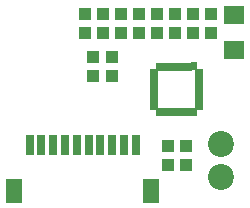
<source format=gts>
G04 Layer_Color=7286632*
%FSLAX25Y25*%
%MOIN*%
G70*
G01*
G75*
%ADD48R,0.02165X0.00984*%
%ADD49R,0.00984X0.02165*%
%ADD50R,0.02165X0.00984*%
%ADD51R,0.05512X0.07874*%
%ADD52R,0.03150X0.06890*%
%ADD53R,0.03150X0.06890*%
%ADD54R,0.03937X0.03937*%
%ADD55R,0.01968X0.01968*%
%ADD56R,0.02756X0.01968*%
%ADD57R,0.01968X0.02756*%
%ADD58C,0.08661*%
%ADD59R,0.07087X0.06299*%
G54D48*
X63807Y45594D02*
D03*
X52193Y45555D02*
D03*
G54D49*
X51445Y44807D02*
D03*
X64555Y33193D02*
D03*
Y44807D02*
D03*
X51445Y33193D02*
D03*
G54D50*
X52193Y32445D02*
D03*
X63807D02*
D03*
G54D51*
X49500Y5000D02*
D03*
X3829D02*
D03*
G54D52*
X16823Y20256D02*
D03*
X24697Y20256D02*
D03*
X40445D02*
D03*
G54D53*
X20759Y20256D02*
D03*
X28634Y20256D02*
D03*
X32571D02*
D03*
X36508D02*
D03*
X44382D02*
D03*
X8948Y20258D02*
D03*
X12885Y20258D02*
D03*
G54D54*
X55000Y20150D02*
D03*
Y13850D02*
D03*
X36500Y49650D02*
D03*
Y43350D02*
D03*
X30000Y43350D02*
D03*
Y49650D02*
D03*
X57500Y57850D02*
D03*
Y64150D02*
D03*
X39500Y57850D02*
D03*
Y64150D02*
D03*
X33500Y64150D02*
D03*
Y57850D02*
D03*
X27500Y57850D02*
D03*
Y64150D02*
D03*
X63500Y57850D02*
D03*
Y64150D02*
D03*
X45500Y57850D02*
D03*
Y64150D02*
D03*
X51500Y57850D02*
D03*
Y64150D02*
D03*
X61000Y20150D02*
D03*
Y13850D02*
D03*
X69500Y57850D02*
D03*
Y64150D02*
D03*
G54D55*
X65874Y44905D02*
D03*
Y33094D02*
D03*
X63906Y31126D02*
D03*
X52095D02*
D03*
X50126Y33094D02*
D03*
Y44905D02*
D03*
X52095Y46874D02*
D03*
X63906Y46913D02*
D03*
G54D56*
X65480Y42937D02*
D03*
Y40968D02*
D03*
Y39000D02*
D03*
Y37031D02*
D03*
Y35063D02*
D03*
X50520D02*
D03*
Y37031D02*
D03*
Y39000D02*
D03*
Y40968D02*
D03*
Y42937D02*
D03*
G54D57*
X61937Y31520D02*
D03*
X59969D02*
D03*
X58000D02*
D03*
X56032D02*
D03*
X54063D02*
D03*
Y46480D02*
D03*
X56032D02*
D03*
X58000D02*
D03*
X59969D02*
D03*
X61937D02*
D03*
G54D58*
X72665Y9616D02*
D03*
Y20578D02*
D03*
G54D59*
X77000Y63906D02*
D03*
Y52095D02*
D03*
M02*

</source>
